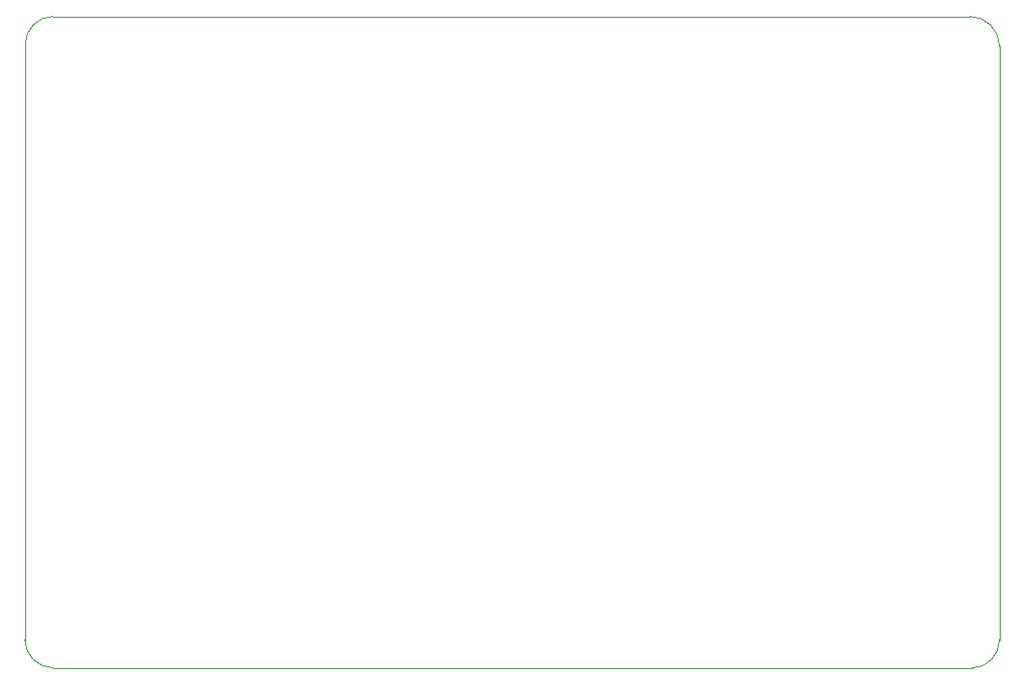
<source format=gm1>
%TF.GenerationSoftware,KiCad,Pcbnew,7.0.5-0*%
%TF.CreationDate,2023-10-01T22:23:50-07:00*%
%TF.ProjectId,FONA_pi,464f4e41-5f70-4692-9e6b-696361645f70,rev?*%
%TF.SameCoordinates,Original*%
%TF.FileFunction,Profile,NP*%
%FSLAX46Y46*%
G04 Gerber Fmt 4.6, Leading zero omitted, Abs format (unit mm)*
G04 Created by KiCad (PCBNEW 7.0.5-0) date 2023-10-01 22:23:50*
%MOMM*%
%LPD*%
G01*
G04 APERTURE LIST*
%TA.AperFunction,Profile*%
%ADD10C,0.100000*%
%TD*%
G04 APERTURE END LIST*
D10*
X166848600Y-60299600D02*
G75*
G03*
X164156186Y-57607200I-2692400J0D01*
G01*
X164310892Y-116729418D02*
G75*
G03*
X166850890Y-114163846I8J2540118D01*
G01*
X78460555Y-114163846D02*
G75*
G03*
X81026001Y-116703971I2565445J25446D01*
G01*
X166850891Y-114163846D02*
X166850891Y-60299600D01*
X78486001Y-60147200D02*
X78460602Y-114163846D01*
X81026001Y-57607201D02*
G75*
G03*
X78486001Y-60147200I-1J-2539999D01*
G01*
X164156186Y-57607200D02*
X81026001Y-57607200D01*
X81026001Y-116703971D02*
X164310892Y-116729372D01*
M02*

</source>
